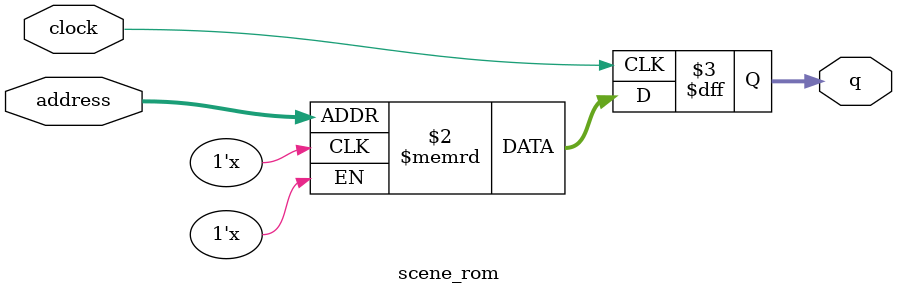
<source format=sv>
module scene_rom (
	input logic clock,
	input logic [16:0] address,
	output logic [2:0] q
);

logic [2:0] memory [0:122879] /* synthesis ram_init_file = "./scene/scene.COE" */;

always_ff @ (posedge clock) begin
	q <= memory[address];
end

endmodule

</source>
